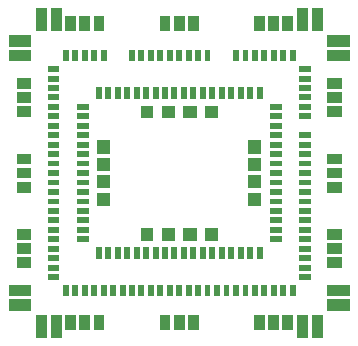
<source format=gbr>
G04 CAM350/DFMSTREAM V12.2 (Build 1124) Date:  Wed Mar 06 16:06:52 2019 *
G04 Database: d:\cad\swi_source\new folder\airprime hl and wp series snap-in socket.cam *
G04 Layer 6: PASTE_MASK *
%FSLAX23Y23*%
%MOIN*%
%SFA1.000B1.000*%

%MIA0B0*%
%IPPOS*%
%LNPASTE_MASK*%
%LPD*%
G36*
X400Y337D02*
G01Y356D01*
X439*
Y337*
X400*
G37*
G36*
Y305D02*
G01Y325D01*
X439*
Y305*
X400*
G37*
G36*
Y274D02*
G01Y293D01*
X439*
Y274*
X400*
G37*
G36*
Y242D02*
G01Y262D01*
X439*
Y242*
X400*
G37*
G36*
Y211D02*
G01Y230D01*
X439*
Y211*
X400*
G37*
G36*
Y179D02*
G01Y199D01*
X439*
Y179*
X400*
G37*
G36*
Y116D02*
G01Y136D01*
X439*
Y116*
X400*
G37*
G36*
Y85D02*
G01Y104D01*
X439*
Y85*
X400*
G37*
G36*
Y53D02*
G01Y73D01*
X439*
Y53*
X400*
G37*
G36*
Y22D02*
G01Y41D01*
X439*
Y22*
X400*
G37*
G36*
Y-10D02*
G01Y10D01*
X439*
Y-10*
X400*
G37*
G36*
Y-41D02*
G01Y-22D01*
X439*
Y-41*
X400*
G37*
G36*
Y-73D02*
G01Y-53D01*
X439*
Y-73*
X400*
G37*
G36*
Y-104D02*
G01Y-85D01*
X439*
Y-104*
X400*
G37*
G36*
Y-136D02*
G01Y-116D01*
X439*
Y-136*
X400*
G37*
G36*
Y-167D02*
G01Y-148D01*
X439*
Y-167*
X400*
G37*
G36*
Y-199D02*
G01Y-179D01*
X439*
Y-199*
X400*
G37*
G36*
Y-230D02*
G01Y-211D01*
X439*
Y-230*
X400*
G37*
G36*
Y-262D02*
G01Y-242D01*
X439*
Y-262*
X400*
G37*
G36*
Y-293D02*
G01Y-274D01*
X439*
Y-293*
X400*
G37*
G36*
Y-325D02*
G01Y-305D01*
X439*
Y-325*
X400*
G37*
G36*
Y-356D02*
G01Y-337D01*
X439*
Y-356*
X400*
G37*
G36*
X368Y372D02*
G01Y411D01*
X388*
Y372*
X368*
G37*
G36*
Y-411D02*
G01Y-372D01*
X388*
Y-411*
X368*
G37*
G36*
X337Y372D02*
G01Y411D01*
X356*
Y372*
X337*
G37*
G36*
Y-411D02*
G01Y-372D01*
X356*
Y-411*
X337*
G37*
G36*
X305Y372D02*
G01Y411D01*
X325*
Y372*
X305*
G37*
G36*
Y-411D02*
G01Y-372D01*
X325*
Y-411*
X305*
G37*
G36*
X302Y211D02*
G01Y230D01*
X342*
Y211*
X302*
G37*
G36*
Y179D02*
G01Y199D01*
X342*
Y179*
X302*
G37*
G36*
Y148D02*
G01Y167D01*
X342*
Y148*
X302*
G37*
G36*
Y116D02*
G01Y136D01*
X342*
Y116*
X302*
G37*
G36*
Y85D02*
G01Y104D01*
X342*
Y85*
X302*
G37*
G36*
Y53D02*
G01Y73D01*
X342*
Y53*
X302*
G37*
G36*
Y22D02*
G01Y41D01*
X342*
Y22*
X302*
G37*
G36*
Y-10D02*
G01Y10D01*
X342*
Y-10*
X302*
G37*
G36*
Y-41D02*
G01Y-22D01*
X342*
Y-41*
X302*
G37*
G36*
Y-73D02*
G01Y-53D01*
X342*
Y-73*
X302*
G37*
G36*
Y-104D02*
G01Y-85D01*
X342*
Y-104*
X302*
G37*
G36*
Y-136D02*
G01Y-116D01*
X342*
Y-136*
X302*
G37*
G36*
Y-167D02*
G01Y-148D01*
X342*
Y-167*
X302*
G37*
G36*
Y-199D02*
G01Y-179D01*
X342*
Y-199*
X302*
G37*
G36*
Y-230D02*
G01Y-211D01*
X342*
Y-230*
X302*
G37*
G36*
X274Y372D02*
G01Y411D01*
X293*
Y372*
X274*
G37*
G36*
Y-411D02*
G01Y-372D01*
X293*
Y-411*
X274*
G37*
G36*
X258Y247D02*
G01Y287D01*
X278*
Y247*
X258*
G37*
G36*
Y-287D02*
G01Y-247D01*
X278*
Y-287*
X258*
G37*
G36*
X242Y372D02*
G01Y411D01*
X262*
Y372*
X242*
G37*
G36*
Y-411D02*
G01Y-372D01*
X262*
Y-411*
X242*
G37*
G36*
X226Y247D02*
G01Y287D01*
X246*
Y247*
X226*
G37*
G36*
Y-287D02*
G01Y-247D01*
X246*
Y-287*
X226*
G37*
G36*
X211Y372D02*
G01Y411D01*
X230*
Y372*
X211*
G37*
G36*
Y-411D02*
G01Y-372D01*
X230*
Y-411*
X211*
G37*
G36*
X195Y247D02*
G01Y287D01*
X215*
Y247*
X195*
G37*
G36*
Y-287D02*
G01Y-247D01*
X215*
Y-287*
X195*
G37*
G36*
X179Y372D02*
G01Y411D01*
X199*
Y372*
X179*
G37*
G36*
Y-411D02*
G01Y-372D01*
X199*
Y-411*
X179*
G37*
G36*
X163Y247D02*
G01Y287D01*
X183*
Y247*
X163*
G37*
G36*
Y-287D02*
G01Y-247D01*
X183*
Y-287*
X163*
G37*
G36*
X148Y-411D02*
G01Y-372D01*
X167*
Y-411*
X148*
G37*
G36*
X132Y247D02*
G01Y287D01*
X152*
Y247*
X132*
G37*
G36*
Y-287D02*
G01Y-247D01*
X152*
Y-287*
X132*
G37*
G36*
X116Y-411D02*
G01Y-372D01*
X136*
Y-411*
X116*
G37*
G36*
X100Y247D02*
G01Y287D01*
X120*
Y247*
X100*
G37*
G36*
Y-287D02*
G01Y-247D01*
X120*
Y-287*
X100*
G37*
G36*
X85Y372D02*
G01Y411D01*
X104*
Y372*
X85*
G37*
G36*
Y-411D02*
G01Y-372D01*
X104*
Y-411*
X85*
G37*
G36*
X69Y247D02*
G01Y287D01*
X89*
Y247*
X69*
G37*
G36*
Y-287D02*
G01Y-247D01*
X89*
Y-287*
X69*
G37*
G36*
X53Y372D02*
G01Y411D01*
X73*
Y372*
X53*
G37*
G36*
Y-411D02*
G01Y-372D01*
X73*
Y-411*
X53*
G37*
G36*
X37Y247D02*
G01Y287D01*
X57*
Y247*
X37*
G37*
G36*
Y-287D02*
G01Y-247D01*
X57*
Y-287*
X37*
G37*
G36*
X22Y372D02*
G01Y411D01*
X41*
Y372*
X22*
G37*
G36*
Y-411D02*
G01Y-372D01*
X41*
Y-411*
X22*
G37*
G36*
X6Y247D02*
G01Y287D01*
X26*
Y247*
X6*
G37*
G36*
Y-287D02*
G01Y-247D01*
X26*
Y-287*
X6*
G37*
G36*
X-10Y372D02*
G01Y411D01*
X10*
Y372*
X-10*
G37*
G36*
Y-411D02*
G01Y-372D01*
X10*
Y-411*
X-10*
G37*
G36*
X-26Y247D02*
G01Y287D01*
X-6*
Y247*
X-26*
G37*
G36*
Y-287D02*
G01Y-247D01*
X-6*
Y-287*
X-26*
G37*
G36*
X-41Y372D02*
G01Y411D01*
X-22*
Y372*
X-41*
G37*
G36*
Y-411D02*
G01Y-372D01*
X-22*
Y-411*
X-41*
G37*
G36*
X-57Y247D02*
G01Y287D01*
X-37*
Y247*
X-57*
G37*
G36*
Y-287D02*
G01Y-247D01*
X-37*
Y-287*
X-57*
G37*
G36*
X-73Y372D02*
G01Y411D01*
X-53*
Y372*
X-73*
G37*
G36*
Y-411D02*
G01Y-372D01*
X-53*
Y-411*
X-73*
G37*
G36*
X-89Y247D02*
G01Y287D01*
X-69*
Y247*
X-89*
G37*
G36*
Y-287D02*
G01Y-247D01*
X-69*
Y-287*
X-89*
G37*
G36*
X-104Y372D02*
G01Y411D01*
X-85*
Y372*
X-104*
G37*
G36*
Y-411D02*
G01Y-372D01*
X-85*
Y-411*
X-104*
G37*
G36*
X-120Y247D02*
G01Y287D01*
X-100*
Y247*
X-120*
G37*
G36*
Y-287D02*
G01Y-247D01*
X-100*
Y-287*
X-120*
G37*
G36*
X-136Y372D02*
G01Y411D01*
X-116*
Y372*
X-136*
G37*
G36*
Y-411D02*
G01Y-372D01*
X-116*
Y-411*
X-136*
G37*
G36*
X-152Y247D02*
G01Y287D01*
X-132*
Y247*
X-152*
G37*
G36*
Y-287D02*
G01Y-247D01*
X-132*
Y-287*
X-152*
G37*
G36*
X-167Y372D02*
G01Y411D01*
X-148*
Y372*
X-167*
G37*
G36*
Y-411D02*
G01Y-372D01*
X-148*
Y-411*
X-167*
G37*
G36*
X-183Y247D02*
G01Y287D01*
X-163*
Y247*
X-183*
G37*
G36*
Y-287D02*
G01Y-247D01*
X-163*
Y-287*
X-183*
G37*
G36*
X-199Y-411D02*
G01Y-372D01*
X-179*
Y-411*
X-199*
G37*
G36*
X-215Y247D02*
G01Y287D01*
X-195*
Y247*
X-215*
G37*
G36*
Y-287D02*
G01Y-247D01*
X-195*
Y-287*
X-215*
G37*
G36*
X-230Y-411D02*
G01Y-372D01*
X-211*
Y-411*
X-230*
G37*
G36*
X-246Y247D02*
G01Y287D01*
X-226*
Y247*
X-246*
G37*
G36*
Y-287D02*
G01Y-247D01*
X-226*
Y-287*
X-246*
G37*
G36*
X-262Y372D02*
G01Y411D01*
X-242*
Y372*
X-262*
G37*
G36*
Y-411D02*
G01Y-372D01*
X-242*
Y-411*
X-262*
G37*
G36*
X-278Y247D02*
G01Y287D01*
X-258*
Y247*
X-278*
G37*
G36*
Y-287D02*
G01Y-247D01*
X-258*
Y-287*
X-278*
G37*
G36*
X-293Y372D02*
G01Y411D01*
X-274*
Y372*
X-293*
G37*
G36*
Y-411D02*
G01Y-372D01*
X-274*
Y-411*
X-293*
G37*
G36*
X-325Y372D02*
G01Y411D01*
X-305*
Y372*
X-325*
G37*
G36*
Y-411D02*
G01Y-372D01*
X-305*
Y-411*
X-325*
G37*
G36*
X-342Y211D02*
G01Y230D01*
X-302*
Y211*
X-342*
G37*
G36*
Y179D02*
G01Y199D01*
X-302*
Y179*
X-342*
G37*
G36*
Y148D02*
G01Y167D01*
X-302*
Y148*
X-342*
G37*
G36*
Y116D02*
G01Y136D01*
X-302*
Y116*
X-342*
G37*
G36*
Y85D02*
G01Y104D01*
X-302*
Y85*
X-342*
G37*
G36*
Y53D02*
G01Y73D01*
X-302*
Y53*
X-342*
G37*
G36*
Y22D02*
G01Y41D01*
X-302*
Y22*
X-342*
G37*
G36*
Y-10D02*
G01Y10D01*
X-302*
Y-10*
X-342*
G37*
G36*
Y-41D02*
G01Y-22D01*
X-302*
Y-41*
X-342*
G37*
G36*
Y-73D02*
G01Y-53D01*
X-302*
Y-73*
X-342*
G37*
G36*
Y-104D02*
G01Y-85D01*
X-302*
Y-104*
X-342*
G37*
G36*
Y-136D02*
G01Y-116D01*
X-302*
Y-136*
X-342*
G37*
G36*
Y-167D02*
G01Y-148D01*
X-302*
Y-167*
X-342*
G37*
G36*
Y-199D02*
G01Y-179D01*
X-302*
Y-199*
X-342*
G37*
G36*
Y-230D02*
G01Y-211D01*
X-302*
Y-230*
X-342*
G37*
G36*
X-356Y372D02*
G01Y411D01*
X-337*
Y372*
X-356*
G37*
G36*
Y-411D02*
G01Y-372D01*
X-337*
Y-411*
X-356*
G37*
G36*
X-388Y372D02*
G01Y411D01*
X-368*
Y372*
X-388*
G37*
G36*
Y-411D02*
G01Y-372D01*
X-368*
Y-411*
X-388*
G37*
G36*
X-439Y337D02*
G01Y356D01*
X-400*
Y337*
X-439*
G37*
G36*
Y305D02*
G01Y325D01*
X-400*
Y305*
X-439*
G37*
G36*
Y274D02*
G01Y293D01*
X-400*
Y274*
X-439*
G37*
G36*
Y242D02*
G01Y262D01*
X-400*
Y242*
X-439*
G37*
G36*
Y211D02*
G01Y230D01*
X-400*
Y211*
X-439*
G37*
G36*
Y179D02*
G01Y199D01*
X-400*
Y179*
X-439*
G37*
G36*
Y148D02*
G01Y167D01*
X-400*
Y148*
X-439*
G37*
G36*
Y116D02*
G01Y136D01*
X-400*
Y116*
X-439*
G37*
G36*
Y85D02*
G01Y104D01*
X-400*
Y85*
X-439*
G37*
G36*
Y53D02*
G01Y73D01*
X-400*
Y53*
X-439*
G37*
G36*
Y22D02*
G01Y41D01*
X-400*
Y22*
X-439*
G37*
G36*
Y-10D02*
G01Y10D01*
X-400*
Y-10*
X-439*
G37*
G36*
Y-41D02*
G01Y-22D01*
X-400*
Y-41*
X-439*
G37*
G36*
Y-73D02*
G01Y-53D01*
X-400*
Y-73*
X-439*
G37*
G36*
Y-104D02*
G01Y-85D01*
X-400*
Y-104*
X-439*
G37*
G36*
Y-136D02*
G01Y-116D01*
X-400*
Y-136*
X-439*
G37*
G36*
Y-167D02*
G01Y-148D01*
X-400*
Y-167*
X-439*
G37*
G36*
Y-199D02*
G01Y-179D01*
X-400*
Y-199*
X-439*
G37*
G36*
Y-230D02*
G01Y-211D01*
X-400*
Y-230*
X-439*
G37*
G36*
Y-262D02*
G01Y-242D01*
X-400*
Y-262*
X-439*
G37*
G36*
Y-293D02*
G01Y-274D01*
X-400*
Y-293*
X-439*
G37*
G36*
Y-325D02*
G01Y-305D01*
X-400*
Y-325*
X-439*
G37*
G36*
Y-356D02*
G01Y-337D01*
X-400*
Y-356*
X-439*
G37*
G36*
X494Y281D02*
G01Y317D01*
X541*
Y281*
X494*
G37*
G36*
Y234D02*
G01Y270D01*
X541*
Y234*
X494*
G37*
G36*
Y187D02*
G01Y222D01*
X541*
Y187*
X494*
G37*
G36*
Y30D02*
G01Y65D01*
X541*
Y30*
X494*
G37*
G36*
Y-18D02*
G01Y18D01*
X541*
Y-18*
X494*
G37*
G36*
Y-65D02*
G01Y-30D01*
X541*
Y-65*
X494*
G37*
G36*
Y-222D02*
G01Y-187D01*
X541*
Y-222*
X494*
G37*
G36*
Y-270D02*
G01Y-234D01*
X541*
Y-270*
X494*
G37*
G36*
Y-317D02*
G01Y-281D01*
X541*
Y-317*
X494*
G37*
G36*
X344Y474D02*
G01Y522D01*
X380*
Y474*
X344*
G37*
G36*
Y-522D02*
G01Y-474D01*
X380*
Y-522*
X344*
G37*
G36*
X297Y474D02*
G01Y522D01*
X333*
Y474*
X297*
G37*
G36*
Y-522D02*
G01Y-474D01*
X333*
Y-522*
X297*
G37*
G36*
X250Y474D02*
G01Y522D01*
X285*
Y474*
X250*
G37*
G36*
Y-522D02*
G01Y-474D01*
X285*
Y-522*
X250*
G37*
G36*
X30Y474D02*
G01Y522D01*
X65*
Y474*
X30*
G37*
G36*
Y-522D02*
G01Y-474D01*
X65*
Y-522*
X30*
G37*
G36*
X-18Y474D02*
G01Y522D01*
X18*
Y474*
X-18*
G37*
G36*
Y-522D02*
G01Y-474D01*
X18*
Y-522*
X-18*
G37*
G36*
X-65Y474D02*
G01Y522D01*
X-30*
Y474*
X-65*
G37*
G36*
Y-522D02*
G01Y-474D01*
X-30*
Y-522*
X-65*
G37*
G36*
X-285Y474D02*
G01Y522D01*
X-250*
Y474*
X-285*
G37*
G36*
Y-522D02*
G01Y-474D01*
X-250*
Y-522*
X-285*
G37*
G36*
X-333Y474D02*
G01Y522D01*
X-297*
Y474*
X-333*
G37*
G36*
Y-522D02*
G01Y-474D01*
X-297*
Y-522*
X-333*
G37*
G36*
X-380Y474D02*
G01Y522D01*
X-344*
Y474*
X-380*
G37*
G36*
Y-522D02*
G01Y-474D01*
X-344*
Y-522*
X-380*
G37*
G36*
X-541Y281D02*
G01Y317D01*
X-494*
Y281*
X-541*
G37*
G36*
Y234D02*
G01Y270D01*
X-494*
Y234*
X-541*
G37*
G36*
Y187D02*
G01Y222D01*
X-494*
Y187*
X-541*
G37*
G36*
Y30D02*
G01Y65D01*
X-494*
Y30*
X-541*
G37*
G36*
Y-18D02*
G01Y18D01*
X-494*
Y-18*
X-541*
G37*
G36*
Y-65D02*
G01Y-30D01*
X-494*
Y-65*
X-541*
G37*
G36*
Y-222D02*
G01Y-187D01*
X-494*
Y-222*
X-541*
G37*
G36*
Y-270D02*
G01Y-234D01*
X-494*
Y-270*
X-541*
G37*
G36*
Y-317D02*
G01Y-281D01*
X-494*
Y-317*
X-541*
G37*
G36*
X230Y65D02*
G01Y109D01*
X273*
Y65*
X230*
G37*
G36*
Y7D02*
G01Y51D01*
X273*
Y7*
X230*
G37*
G36*
Y-51D02*
G01Y-7D01*
X273*
Y-51*
X230*
G37*
G36*
Y-109D02*
G01Y-65D01*
X273*
Y-109*
X230*
G37*
G36*
X86Y182D02*
G01Y225D01*
X129*
Y182*
X86*
G37*
G36*
Y-225D02*
G01Y-182D01*
X129*
Y-225*
X86*
G37*
G36*
X14Y182D02*
G01Y225D01*
X58*
Y182*
X14*
G37*
G36*
Y-225D02*
G01Y-182D01*
X58*
Y-225*
X14*
G37*
G36*
X-58Y182D02*
G01Y225D01*
X-14*
Y182*
X-58*
G37*
G36*
Y-225D02*
G01Y-182D01*
X-14*
Y-225*
X-58*
G37*
G36*
X-129Y182D02*
G01Y225D01*
X-86*
Y182*
X-129*
G37*
G36*
Y-225D02*
G01Y-182D01*
X-86*
Y-225*
X-129*
G37*
G36*
X-273Y65D02*
G01Y109D01*
X-230*
Y65*
X-273*
G37*
G36*
Y7D02*
G01Y51D01*
X-230*
Y7*
X-273*
G37*
G36*
Y-51D02*
G01Y-7D01*
X-230*
Y-51*
X-273*
G37*
G36*
Y-109D02*
G01Y-65D01*
X-230*
Y-109*
X-273*
G37*
G36*
X494Y421D02*
G01Y459D01*
X569*
Y421*
X494*
G37*
G36*
Y372D02*
G01Y409D01*
X569*
Y372*
X494*
G37*
G36*
Y-409D02*
G01Y-372D01*
X569*
Y-409*
X494*
G37*
G36*
Y-459D02*
G01Y-421D01*
X569*
Y-459*
X494*
G37*
G36*
X441Y474D02*
G01Y549D01*
X478*
Y474*
X441*
G37*
G36*
Y-549D02*
G01Y-474D01*
X478*
Y-549*
X441*
G37*
G36*
X392Y474D02*
G01Y549D01*
X429*
Y474*
X392*
G37*
G36*
Y-549D02*
G01Y-474D01*
X429*
Y-549*
X392*
G37*
G36*
X-429Y474D02*
G01Y549D01*
X-392*
Y474*
X-429*
G37*
G36*
Y-549D02*
G01Y-474D01*
X-392*
Y-549*
X-429*
G37*
G36*
X-478Y474D02*
G01Y549D01*
X-441*
Y474*
X-478*
G37*
G36*
Y-549D02*
G01Y-474D01*
X-441*
Y-549*
X-478*
G37*
G36*
X-569Y421D02*
G01Y459D01*
X-494*
Y421*
X-569*
G37*
G36*
Y372D02*
G01Y409D01*
X-494*
Y372*
X-569*
G37*
G36*
Y-409D02*
G01Y-372D01*
X-494*
Y-409*
X-569*
G37*
G36*
Y-459D02*
G01Y-421D01*
X-494*
Y-459*
X-569*
G37*
M02*

</source>
